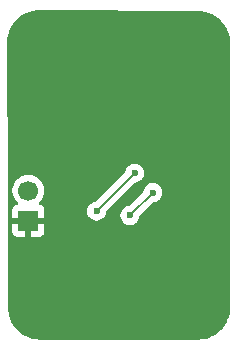
<source format=gbr>
%TF.GenerationSoftware,KiCad,Pcbnew,9.0.5*%
%TF.CreationDate,2025-10-22T12:52:36+02:00*%
%TF.ProjectId,tut_1,7475745f-312e-46b6-9963-61645f706362,rev?*%
%TF.SameCoordinates,Original*%
%TF.FileFunction,Copper,L2,Bot*%
%TF.FilePolarity,Positive*%
%FSLAX46Y46*%
G04 Gerber Fmt 4.6, Leading zero omitted, Abs format (unit mm)*
G04 Created by KiCad (PCBNEW 9.0.5) date 2025-10-22 12:52:36*
%MOMM*%
%LPD*%
G01*
G04 APERTURE LIST*
%TA.AperFunction,ComponentPad*%
%ADD10C,5.000000*%
%TD*%
%TA.AperFunction,ComponentPad*%
%ADD11R,1.700000X1.700000*%
%TD*%
%TA.AperFunction,ComponentPad*%
%ADD12C,1.700000*%
%TD*%
%TA.AperFunction,ViaPad*%
%ADD13C,0.600000*%
%TD*%
%TA.AperFunction,Conductor*%
%ADD14C,0.200000*%
%TD*%
G04 APERTURE END LIST*
D10*
%TO.P,H4,1,1*%
%TO.N,GND*%
X132000000Y-99400000D03*
%TD*%
%TO.P,H3,1,1*%
%TO.N,GND*%
X145400000Y-99400000D03*
%TD*%
%TO.P,H2,1,1*%
%TO.N,GND*%
X145400000Y-77000000D03*
%TD*%
%TO.P,H1,1,1*%
%TO.N,GND*%
X132000000Y-77000000D03*
%TD*%
D11*
%TO.P,J1,1,Pin_1*%
%TO.N,GND*%
X131000000Y-92040000D03*
D12*
%TO.P,J1,2,Pin_2*%
%TO.N,VCC*%
X131000000Y-89500000D03*
%TD*%
D13*
%TO.N,Net-(U1-CV)*%
X141545520Y-89654480D03*
%TO.N,TRG*%
X140000000Y-88000000D03*
%TO.N,Net-(U1-CV)*%
X139600000Y-91600000D03*
%TO.N,TRG*%
X136775000Y-91225000D03*
%TD*%
D14*
%TO.N,Net-(U1-CV)*%
X139600000Y-91600000D02*
X141600000Y-89600000D01*
%TO.N,TRG*%
X136775000Y-91225000D02*
X140000000Y-88000000D01*
%TD*%
%TA.AperFunction,Conductor*%
%TO.N,GND*%
G36*
X145356394Y-74300111D02*
G01*
X145356426Y-74300116D01*
X145356455Y-74300112D01*
X145356920Y-74300116D01*
X145372667Y-74300266D01*
X145373071Y-74300500D01*
X145397075Y-74300500D01*
X145397703Y-74300506D01*
X145403472Y-74300695D01*
X145695306Y-74317084D01*
X145709103Y-74318638D01*
X145993827Y-74367015D01*
X146007384Y-74370109D01*
X146284899Y-74450060D01*
X146298025Y-74454653D01*
X146564841Y-74565172D01*
X146577355Y-74571198D01*
X146777541Y-74681836D01*
X146830125Y-74710899D01*
X146841899Y-74718297D01*
X147077430Y-74885415D01*
X147088302Y-74894085D01*
X147208224Y-75001254D01*
X147303642Y-75086524D01*
X147313475Y-75096357D01*
X147505914Y-75311697D01*
X147514584Y-75322569D01*
X147681702Y-75558100D01*
X147689100Y-75569874D01*
X147828797Y-75822637D01*
X147834830Y-75835165D01*
X147945346Y-76101975D01*
X147949939Y-76115100D01*
X148029890Y-76392615D01*
X148032984Y-76406172D01*
X148081359Y-76690885D01*
X148082916Y-76704703D01*
X148099305Y-76996527D01*
X148099500Y-77003480D01*
X148099500Y-99396519D01*
X148099305Y-99403472D01*
X148082916Y-99695296D01*
X148081359Y-99709114D01*
X148032984Y-99993827D01*
X148029890Y-100007384D01*
X147949939Y-100284899D01*
X147945346Y-100298024D01*
X147834830Y-100564834D01*
X147828797Y-100577362D01*
X147689100Y-100830125D01*
X147681702Y-100841899D01*
X147514584Y-101077430D01*
X147505914Y-101088302D01*
X147313475Y-101303642D01*
X147303642Y-101313475D01*
X147088302Y-101505914D01*
X147077430Y-101514584D01*
X146841899Y-101681702D01*
X146830125Y-101689100D01*
X146577362Y-101828797D01*
X146564834Y-101834830D01*
X146298024Y-101945346D01*
X146284899Y-101949939D01*
X146007384Y-102029890D01*
X145993827Y-102032984D01*
X145709114Y-102081359D01*
X145695296Y-102082916D01*
X145403472Y-102099305D01*
X145396519Y-102099500D01*
X132003481Y-102099500D01*
X131996528Y-102099305D01*
X131704703Y-102082916D01*
X131690885Y-102081359D01*
X131406172Y-102032984D01*
X131392615Y-102029890D01*
X131115100Y-101949939D01*
X131101975Y-101945346D01*
X130835165Y-101834830D01*
X130822637Y-101828797D01*
X130569874Y-101689100D01*
X130558100Y-101681702D01*
X130322569Y-101514584D01*
X130311697Y-101505914D01*
X130096357Y-101313475D01*
X130086524Y-101303642D01*
X129894085Y-101088302D01*
X129885415Y-101077430D01*
X129718297Y-100841899D01*
X129710899Y-100830125D01*
X129571202Y-100577362D01*
X129565172Y-100564841D01*
X129454653Y-100298024D01*
X129450060Y-100284899D01*
X129370109Y-100007384D01*
X129367015Y-99993827D01*
X129348799Y-99886617D01*
X129318639Y-99709105D01*
X129317084Y-99695304D01*
X129300695Y-99403472D01*
X129300502Y-99397245D01*
X129300500Y-99396900D01*
X129300500Y-99373071D01*
X129300360Y-99372830D01*
X129300266Y-99356539D01*
X129300270Y-99356522D01*
X129300266Y-99356488D01*
X129265712Y-92937844D01*
X129246632Y-89393713D01*
X129649500Y-89393713D01*
X129649500Y-89606286D01*
X129669620Y-89733322D01*
X129682754Y-89816243D01*
X129706063Y-89887981D01*
X129748444Y-90018414D01*
X129844951Y-90207820D01*
X129969890Y-90379786D01*
X130083818Y-90493714D01*
X130117303Y-90555037D01*
X130112319Y-90624729D01*
X130070447Y-90680662D01*
X130039471Y-90697577D01*
X129907912Y-90746646D01*
X129907906Y-90746649D01*
X129792812Y-90832809D01*
X129792809Y-90832812D01*
X129706649Y-90947906D01*
X129706645Y-90947913D01*
X129656403Y-91082620D01*
X129656401Y-91082627D01*
X129650000Y-91142155D01*
X129650000Y-91790000D01*
X130566988Y-91790000D01*
X130534075Y-91847007D01*
X130500000Y-91974174D01*
X130500000Y-92105826D01*
X130534075Y-92232993D01*
X130566988Y-92290000D01*
X129650000Y-92290000D01*
X129650000Y-92937844D01*
X129656401Y-92997372D01*
X129656403Y-92997379D01*
X129706645Y-93132086D01*
X129706649Y-93132093D01*
X129792809Y-93247187D01*
X129792812Y-93247190D01*
X129907906Y-93333350D01*
X129907913Y-93333354D01*
X130042620Y-93383596D01*
X130042627Y-93383598D01*
X130102155Y-93389999D01*
X130102172Y-93390000D01*
X130750000Y-93390000D01*
X130750000Y-92473012D01*
X130807007Y-92505925D01*
X130934174Y-92540000D01*
X131065826Y-92540000D01*
X131192993Y-92505925D01*
X131250000Y-92473012D01*
X131250000Y-93390000D01*
X131897828Y-93390000D01*
X131897844Y-93389999D01*
X131957372Y-93383598D01*
X131957379Y-93383596D01*
X132092086Y-93333354D01*
X132092093Y-93333350D01*
X132207187Y-93247190D01*
X132207190Y-93247187D01*
X132293350Y-93132093D01*
X132293354Y-93132086D01*
X132343596Y-92997379D01*
X132343598Y-92997372D01*
X132349999Y-92937844D01*
X132350000Y-92937827D01*
X132350000Y-92290000D01*
X131433012Y-92290000D01*
X131465925Y-92232993D01*
X131500000Y-92105826D01*
X131500000Y-91974174D01*
X131465925Y-91847007D01*
X131433012Y-91790000D01*
X132350000Y-91790000D01*
X132350000Y-91146153D01*
X135974500Y-91146153D01*
X135974500Y-91303846D01*
X136005261Y-91458489D01*
X136005264Y-91458501D01*
X136065602Y-91604172D01*
X136065609Y-91604185D01*
X136153210Y-91735288D01*
X136153213Y-91735292D01*
X136264707Y-91846786D01*
X136264711Y-91846789D01*
X136395814Y-91934390D01*
X136395827Y-91934397D01*
X136541498Y-91994735D01*
X136541503Y-91994737D01*
X136696153Y-92025499D01*
X136696156Y-92025500D01*
X136696158Y-92025500D01*
X136853844Y-92025500D01*
X136853845Y-92025499D01*
X137008497Y-91994737D01*
X137154179Y-91934394D01*
X137285289Y-91846789D01*
X137396789Y-91735289D01*
X137484394Y-91604179D01*
X137484397Y-91604172D01*
X137518784Y-91521153D01*
X138799500Y-91521153D01*
X138799500Y-91678846D01*
X138830261Y-91833489D01*
X138830264Y-91833501D01*
X138890602Y-91979172D01*
X138890609Y-91979185D01*
X138978210Y-92110288D01*
X138978213Y-92110292D01*
X139089707Y-92221786D01*
X139089711Y-92221789D01*
X139220814Y-92309390D01*
X139220827Y-92309397D01*
X139366498Y-92369735D01*
X139366503Y-92369737D01*
X139521153Y-92400499D01*
X139521156Y-92400500D01*
X139521158Y-92400500D01*
X139678844Y-92400500D01*
X139678845Y-92400499D01*
X139833497Y-92369737D01*
X139979179Y-92309394D01*
X140110289Y-92221789D01*
X140221789Y-92110289D01*
X140309394Y-91979179D01*
X140369737Y-91833497D01*
X140389729Y-91732993D01*
X140400638Y-91678150D01*
X140433023Y-91616239D01*
X140434518Y-91614716D01*
X141560182Y-90489052D01*
X141621503Y-90455569D01*
X141623670Y-90455118D01*
X141681605Y-90443593D01*
X141779017Y-90424217D01*
X141924699Y-90363874D01*
X142055809Y-90276269D01*
X142167309Y-90164769D01*
X142254914Y-90033659D01*
X142261230Y-90018412D01*
X142315255Y-89887981D01*
X142315257Y-89887977D01*
X142346020Y-89733322D01*
X142346020Y-89575638D01*
X142346020Y-89575635D01*
X142346019Y-89575633D01*
X142315258Y-89420990D01*
X142315258Y-89420988D01*
X142315257Y-89420983D01*
X142315255Y-89420978D01*
X142254917Y-89275307D01*
X142254910Y-89275294D01*
X142167309Y-89144191D01*
X142167306Y-89144187D01*
X142055812Y-89032693D01*
X142055808Y-89032690D01*
X141924705Y-88945089D01*
X141924692Y-88945082D01*
X141779021Y-88884744D01*
X141779009Y-88884741D01*
X141624365Y-88853980D01*
X141624362Y-88853980D01*
X141466678Y-88853980D01*
X141466675Y-88853980D01*
X141312030Y-88884741D01*
X141312018Y-88884744D01*
X141166347Y-88945082D01*
X141166334Y-88945089D01*
X141035231Y-89032690D01*
X141035227Y-89032693D01*
X140923733Y-89144187D01*
X140923730Y-89144191D01*
X140836129Y-89275294D01*
X140836122Y-89275307D01*
X140775784Y-89420978D01*
X140775781Y-89420988D01*
X140744881Y-89576330D01*
X140712496Y-89638241D01*
X140710945Y-89639819D01*
X139585339Y-90765425D01*
X139524016Y-90798910D01*
X139521850Y-90799361D01*
X139366508Y-90830261D01*
X139366498Y-90830264D01*
X139220827Y-90890602D01*
X139220814Y-90890609D01*
X139089711Y-90978210D01*
X139089707Y-90978213D01*
X138978213Y-91089707D01*
X138978210Y-91089711D01*
X138890609Y-91220814D01*
X138890602Y-91220827D01*
X138830264Y-91366498D01*
X138830261Y-91366510D01*
X138799500Y-91521153D01*
X137518784Y-91521153D01*
X137536823Y-91477604D01*
X137536823Y-91477602D01*
X137544737Y-91458497D01*
X137575500Y-91303842D01*
X137575500Y-91303625D01*
X137576210Y-91300432D01*
X137592450Y-91271008D01*
X137608023Y-91241239D01*
X137609517Y-91239717D01*
X140014664Y-88834571D01*
X140075985Y-88801088D01*
X140078152Y-88800637D01*
X140078841Y-88800500D01*
X140078842Y-88800500D01*
X140233497Y-88769737D01*
X140379179Y-88709394D01*
X140510289Y-88621789D01*
X140621789Y-88510289D01*
X140709394Y-88379179D01*
X140769737Y-88233497D01*
X140800500Y-88078842D01*
X140800500Y-87921158D01*
X140800500Y-87921155D01*
X140800499Y-87921153D01*
X140769738Y-87766510D01*
X140769738Y-87766508D01*
X140769737Y-87766503D01*
X140769735Y-87766498D01*
X140709397Y-87620827D01*
X140709390Y-87620814D01*
X140621789Y-87489711D01*
X140621786Y-87489707D01*
X140510292Y-87378213D01*
X140510288Y-87378210D01*
X140379185Y-87290609D01*
X140379172Y-87290602D01*
X140233501Y-87230264D01*
X140233489Y-87230261D01*
X140078845Y-87199500D01*
X140078842Y-87199500D01*
X139921158Y-87199500D01*
X139921155Y-87199500D01*
X139766510Y-87230261D01*
X139766498Y-87230264D01*
X139620827Y-87290602D01*
X139620814Y-87290609D01*
X139489711Y-87378210D01*
X139489707Y-87378213D01*
X139378213Y-87489707D01*
X139378210Y-87489711D01*
X139290609Y-87620814D01*
X139290602Y-87620827D01*
X139230264Y-87766498D01*
X139230261Y-87766508D01*
X139199362Y-87921848D01*
X139166977Y-87983759D01*
X139165426Y-87985337D01*
X136760339Y-90390425D01*
X136699016Y-90423910D01*
X136696850Y-90424361D01*
X136541508Y-90455261D01*
X136541498Y-90455264D01*
X136395827Y-90515602D01*
X136395814Y-90515609D01*
X136264711Y-90603210D01*
X136264707Y-90603213D01*
X136153213Y-90714707D01*
X136153210Y-90714711D01*
X136065609Y-90845814D01*
X136065602Y-90845827D01*
X136005264Y-90991498D01*
X136005261Y-90991510D01*
X135974500Y-91146153D01*
X132350000Y-91146153D01*
X132350000Y-91142172D01*
X132349999Y-91142155D01*
X132343598Y-91082627D01*
X132343596Y-91082620D01*
X132293354Y-90947913D01*
X132293350Y-90947906D01*
X132207190Y-90832812D01*
X132207187Y-90832809D01*
X132092093Y-90746649D01*
X132092088Y-90746646D01*
X131960528Y-90697577D01*
X131904595Y-90655705D01*
X131880178Y-90590241D01*
X131895030Y-90521968D01*
X131916175Y-90493720D01*
X132030104Y-90379792D01*
X132155051Y-90207816D01*
X132251557Y-90018412D01*
X132317246Y-89816243D01*
X132350500Y-89606287D01*
X132350500Y-89393713D01*
X132317246Y-89183757D01*
X132251557Y-88981588D01*
X132155051Y-88792184D01*
X132155049Y-88792181D01*
X132155048Y-88792179D01*
X132030109Y-88620213D01*
X131879786Y-88469890D01*
X131707820Y-88344951D01*
X131518414Y-88248444D01*
X131518413Y-88248443D01*
X131518412Y-88248443D01*
X131316243Y-88182754D01*
X131316241Y-88182753D01*
X131316240Y-88182753D01*
X131154957Y-88157208D01*
X131106287Y-88149500D01*
X130893713Y-88149500D01*
X130845042Y-88157208D01*
X130683760Y-88182753D01*
X130683757Y-88182754D01*
X130527612Y-88233489D01*
X130481585Y-88248444D01*
X130292179Y-88344951D01*
X130120213Y-88469890D01*
X129969890Y-88620213D01*
X129844951Y-88792179D01*
X129748444Y-88981585D01*
X129682753Y-89183760D01*
X129649500Y-89393713D01*
X129246632Y-89393713D01*
X129179931Y-77003774D01*
X129180123Y-76996190D01*
X129197252Y-76691191D01*
X129198806Y-76677394D01*
X129249451Y-76379326D01*
X129252540Y-76365790D01*
X129336238Y-76075268D01*
X129340829Y-76062148D01*
X129456527Y-75782829D01*
X129462546Y-75770329D01*
X129608796Y-75505711D01*
X129616191Y-75493943D01*
X129716665Y-75352338D01*
X129791141Y-75247373D01*
X129799797Y-75236519D01*
X130001264Y-75011076D01*
X130011076Y-75001264D01*
X130236519Y-74799797D01*
X130247373Y-74791141D01*
X130493948Y-74616187D01*
X130505711Y-74608796D01*
X130770329Y-74462546D01*
X130782829Y-74456527D01*
X131062155Y-74340826D01*
X131075268Y-74336238D01*
X131365790Y-74252540D01*
X131379326Y-74249451D01*
X131677394Y-74198806D01*
X131691191Y-74197252D01*
X131995918Y-74180138D01*
X132003965Y-74179949D01*
X145356394Y-74300111D01*
G37*
%TD.AperFunction*%
%TD*%
M02*

</source>
